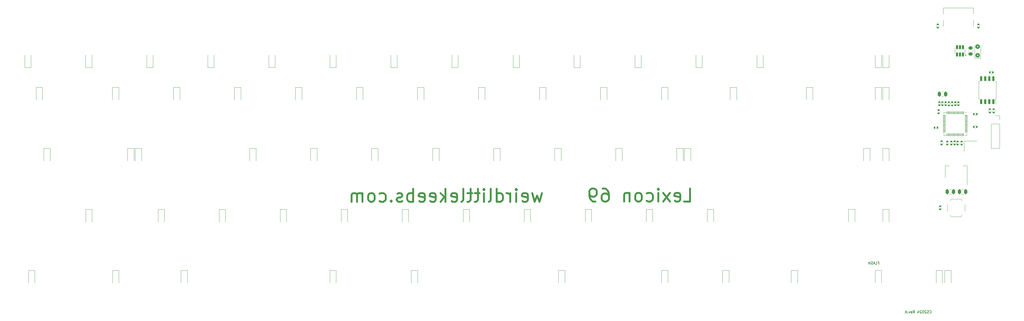
<source format=gbo>
%TF.GenerationSoftware,KiCad,Pcbnew,7.0.11*%
%TF.CreationDate,2024-04-25T10:19:36+05:30*%
%TF.ProjectId,Lexicon 69,4c657869-636f-46e2-9036-392e6b696361,rev?*%
%TF.SameCoordinates,Original*%
%TF.FileFunction,Legend,Bot*%
%TF.FilePolarity,Positive*%
%FSLAX46Y46*%
G04 Gerber Fmt 4.6, Leading zero omitted, Abs format (unit mm)*
G04 Created by KiCad (PCBNEW 7.0.11) date 2024-04-25 10:19:36*
%MOMM*%
%LPD*%
G01*
G04 APERTURE LIST*
G04 Aperture macros list*
%AMRoundRect*
0 Rectangle with rounded corners*
0 $1 Rounding radius*
0 $2 $3 $4 $5 $6 $7 $8 $9 X,Y pos of 4 corners*
0 Add a 4 corners polygon primitive as box body*
4,1,4,$2,$3,$4,$5,$6,$7,$8,$9,$2,$3,0*
0 Add four circle primitives for the rounded corners*
1,1,$1+$1,$2,$3*
1,1,$1+$1,$4,$5*
1,1,$1+$1,$6,$7*
1,1,$1+$1,$8,$9*
0 Add four rect primitives between the rounded corners*
20,1,$1+$1,$2,$3,$4,$5,0*
20,1,$1+$1,$4,$5,$6,$7,0*
20,1,$1+$1,$6,$7,$8,$9,0*
20,1,$1+$1,$8,$9,$2,$3,0*%
G04 Aperture macros list end*
%ADD10C,0.600000*%
%ADD11C,0.150000*%
%ADD12C,0.120000*%
%ADD13C,1.700000*%
%ADD14C,4.000000*%
%ADD15C,2.200000*%
%ADD16C,3.048000*%
%ADD17C,3.987800*%
%ADD18RoundRect,0.135000X0.185000X-0.135000X0.185000X0.135000X-0.185000X0.135000X-0.185000X-0.135000X0*%
%ADD19R,1.200000X0.900000*%
%ADD20RoundRect,0.140000X-0.140000X-0.170000X0.140000X-0.170000X0.140000X0.170000X-0.140000X0.170000X0*%
%ADD21RoundRect,0.250000X-0.250000X-0.475000X0.250000X-0.475000X0.250000X0.475000X-0.250000X0.475000X0*%
%ADD22RoundRect,0.140000X-0.170000X0.140000X-0.170000X-0.140000X0.170000X-0.140000X0.170000X0.140000X0*%
%ADD23R,1.400000X1.200000*%
%ADD24R,1.800000X1.100000*%
%ADD25R,1.700000X1.700000*%
%ADD26O,1.700000X1.700000*%
%ADD27RoundRect,0.140000X0.170000X-0.140000X0.170000X0.140000X-0.170000X0.140000X-0.170000X-0.140000X0*%
%ADD28RoundRect,0.140000X0.140000X0.170000X-0.140000X0.170000X-0.140000X-0.170000X0.140000X-0.170000X0*%
%ADD29RoundRect,0.135000X-0.185000X0.135000X-0.185000X-0.135000X0.185000X-0.135000X0.185000X0.135000X0*%
%ADD30RoundRect,0.250000X0.425000X-0.450000X0.425000X0.450000X-0.425000X0.450000X-0.425000X-0.450000X0*%
%ADD31R,1.500000X2.000000*%
%ADD32R,3.800000X2.000000*%
%ADD33RoundRect,0.050000X0.387500X0.050000X-0.387500X0.050000X-0.387500X-0.050000X0.387500X-0.050000X0*%
%ADD34RoundRect,0.050000X0.050000X0.387500X-0.050000X0.387500X-0.050000X-0.387500X0.050000X-0.387500X0*%
%ADD35R,3.200000X3.200000*%
%ADD36RoundRect,0.150000X0.150000X-0.650000X0.150000X0.650000X-0.150000X0.650000X-0.150000X-0.650000X0*%
%ADD37RoundRect,0.150000X0.150000X-0.512500X0.150000X0.512500X-0.150000X0.512500X-0.150000X-0.512500X0*%
%ADD38C,0.650000*%
%ADD39R,0.600000X1.450000*%
%ADD40R,0.300000X1.450000*%
%ADD41O,1.000000X1.600000*%
%ADD42O,1.000000X2.100000*%
%ADD43RoundRect,0.243750X0.456250X-0.243750X0.456250X0.243750X-0.456250X0.243750X-0.456250X-0.243750X0*%
G04 APERTURE END LIST*
D10*
X271498121Y-130979276D02*
X273402883Y-130979276D01*
X273402883Y-130979276D02*
X273402883Y-126979276D01*
X268640978Y-130788800D02*
X269021930Y-130979276D01*
X269021930Y-130979276D02*
X269783835Y-130979276D01*
X269783835Y-130979276D02*
X270164788Y-130788800D01*
X270164788Y-130788800D02*
X270355264Y-130407847D01*
X270355264Y-130407847D02*
X270355264Y-128884038D01*
X270355264Y-128884038D02*
X270164788Y-128503085D01*
X270164788Y-128503085D02*
X269783835Y-128312609D01*
X269783835Y-128312609D02*
X269021930Y-128312609D01*
X269021930Y-128312609D02*
X268640978Y-128503085D01*
X268640978Y-128503085D02*
X268450502Y-128884038D01*
X268450502Y-128884038D02*
X268450502Y-129264990D01*
X268450502Y-129264990D02*
X270355264Y-129645942D01*
X267117169Y-130979276D02*
X265021931Y-128312609D01*
X267117169Y-128312609D02*
X265021931Y-130979276D01*
X263498122Y-130979276D02*
X263498122Y-128312609D01*
X263498122Y-126979276D02*
X263688598Y-127169752D01*
X263688598Y-127169752D02*
X263498122Y-127360228D01*
X263498122Y-127360228D02*
X263307645Y-127169752D01*
X263307645Y-127169752D02*
X263498122Y-126979276D01*
X263498122Y-126979276D02*
X263498122Y-127360228D01*
X259879074Y-130788800D02*
X260260026Y-130979276D01*
X260260026Y-130979276D02*
X261021931Y-130979276D01*
X261021931Y-130979276D02*
X261402883Y-130788800D01*
X261402883Y-130788800D02*
X261593360Y-130598323D01*
X261593360Y-130598323D02*
X261783836Y-130217371D01*
X261783836Y-130217371D02*
X261783836Y-129074514D01*
X261783836Y-129074514D02*
X261593360Y-128693561D01*
X261593360Y-128693561D02*
X261402883Y-128503085D01*
X261402883Y-128503085D02*
X261021931Y-128312609D01*
X261021931Y-128312609D02*
X260260026Y-128312609D01*
X260260026Y-128312609D02*
X259879074Y-128503085D01*
X257593360Y-130979276D02*
X257974312Y-130788800D01*
X257974312Y-130788800D02*
X258164789Y-130598323D01*
X258164789Y-130598323D02*
X258355265Y-130217371D01*
X258355265Y-130217371D02*
X258355265Y-129074514D01*
X258355265Y-129074514D02*
X258164789Y-128693561D01*
X258164789Y-128693561D02*
X257974312Y-128503085D01*
X257974312Y-128503085D02*
X257593360Y-128312609D01*
X257593360Y-128312609D02*
X257021931Y-128312609D01*
X257021931Y-128312609D02*
X256640979Y-128503085D01*
X256640979Y-128503085D02*
X256450503Y-128693561D01*
X256450503Y-128693561D02*
X256260027Y-129074514D01*
X256260027Y-129074514D02*
X256260027Y-130217371D01*
X256260027Y-130217371D02*
X256450503Y-130598323D01*
X256450503Y-130598323D02*
X256640979Y-130788800D01*
X256640979Y-130788800D02*
X257021931Y-130979276D01*
X257021931Y-130979276D02*
X257593360Y-130979276D01*
X254545741Y-128312609D02*
X254545741Y-130979276D01*
X254545741Y-128693561D02*
X254355264Y-128503085D01*
X254355264Y-128503085D02*
X253974312Y-128312609D01*
X253974312Y-128312609D02*
X253402883Y-128312609D01*
X253402883Y-128312609D02*
X253021931Y-128503085D01*
X253021931Y-128503085D02*
X252831455Y-128884038D01*
X252831455Y-128884038D02*
X252831455Y-130979276D01*
X246164788Y-126979276D02*
X246926693Y-126979276D01*
X246926693Y-126979276D02*
X247307645Y-127169752D01*
X247307645Y-127169752D02*
X247498121Y-127360228D01*
X247498121Y-127360228D02*
X247879074Y-127931657D01*
X247879074Y-127931657D02*
X248069550Y-128693561D01*
X248069550Y-128693561D02*
X248069550Y-130217371D01*
X248069550Y-130217371D02*
X247879074Y-130598323D01*
X247879074Y-130598323D02*
X247688597Y-130788800D01*
X247688597Y-130788800D02*
X247307645Y-130979276D01*
X247307645Y-130979276D02*
X246545740Y-130979276D01*
X246545740Y-130979276D02*
X246164788Y-130788800D01*
X246164788Y-130788800D02*
X245974312Y-130598323D01*
X245974312Y-130598323D02*
X245783835Y-130217371D01*
X245783835Y-130217371D02*
X245783835Y-129264990D01*
X245783835Y-129264990D02*
X245974312Y-128884038D01*
X245974312Y-128884038D02*
X246164788Y-128693561D01*
X246164788Y-128693561D02*
X246545740Y-128503085D01*
X246545740Y-128503085D02*
X247307645Y-128503085D01*
X247307645Y-128503085D02*
X247688597Y-128693561D01*
X247688597Y-128693561D02*
X247879074Y-128884038D01*
X247879074Y-128884038D02*
X248069550Y-129264990D01*
X243879073Y-130979276D02*
X243117169Y-130979276D01*
X243117169Y-130979276D02*
X242736216Y-130788800D01*
X242736216Y-130788800D02*
X242545740Y-130598323D01*
X242545740Y-130598323D02*
X242164788Y-130026895D01*
X242164788Y-130026895D02*
X241974311Y-129264990D01*
X241974311Y-129264990D02*
X241974311Y-127741180D01*
X241974311Y-127741180D02*
X242164788Y-127360228D01*
X242164788Y-127360228D02*
X242355264Y-127169752D01*
X242355264Y-127169752D02*
X242736216Y-126979276D01*
X242736216Y-126979276D02*
X243498121Y-126979276D01*
X243498121Y-126979276D02*
X243879073Y-127169752D01*
X243879073Y-127169752D02*
X244069550Y-127360228D01*
X244069550Y-127360228D02*
X244260026Y-127741180D01*
X244260026Y-127741180D02*
X244260026Y-128693561D01*
X244260026Y-128693561D02*
X244069550Y-129074514D01*
X244069550Y-129074514D02*
X243879073Y-129264990D01*
X243879073Y-129264990D02*
X243498121Y-129455466D01*
X243498121Y-129455466D02*
X242736216Y-129455466D01*
X242736216Y-129455466D02*
X242355264Y-129264990D01*
X242355264Y-129264990D02*
X242164788Y-129074514D01*
X242164788Y-129074514D02*
X241974311Y-128693561D01*
X227154760Y-128402609D02*
X226392855Y-131069276D01*
X226392855Y-131069276D02*
X225630950Y-129164514D01*
X225630950Y-129164514D02*
X224869046Y-131069276D01*
X224869046Y-131069276D02*
X224107141Y-128402609D01*
X221059522Y-130878800D02*
X221440474Y-131069276D01*
X221440474Y-131069276D02*
X222202379Y-131069276D01*
X222202379Y-131069276D02*
X222583332Y-130878800D01*
X222583332Y-130878800D02*
X222773808Y-130497847D01*
X222773808Y-130497847D02*
X222773808Y-128974038D01*
X222773808Y-128974038D02*
X222583332Y-128593085D01*
X222583332Y-128593085D02*
X222202379Y-128402609D01*
X222202379Y-128402609D02*
X221440474Y-128402609D01*
X221440474Y-128402609D02*
X221059522Y-128593085D01*
X221059522Y-128593085D02*
X220869046Y-128974038D01*
X220869046Y-128974038D02*
X220869046Y-129354990D01*
X220869046Y-129354990D02*
X222773808Y-129735942D01*
X219154761Y-131069276D02*
X219154761Y-128402609D01*
X219154761Y-127069276D02*
X219345237Y-127259752D01*
X219345237Y-127259752D02*
X219154761Y-127450228D01*
X219154761Y-127450228D02*
X218964284Y-127259752D01*
X218964284Y-127259752D02*
X219154761Y-127069276D01*
X219154761Y-127069276D02*
X219154761Y-127450228D01*
X217249999Y-131069276D02*
X217249999Y-128402609D01*
X217249999Y-129164514D02*
X217059522Y-128783561D01*
X217059522Y-128783561D02*
X216869046Y-128593085D01*
X216869046Y-128593085D02*
X216488094Y-128402609D01*
X216488094Y-128402609D02*
X216107141Y-128402609D01*
X213059523Y-131069276D02*
X213059523Y-127069276D01*
X213059523Y-130878800D02*
X213440475Y-131069276D01*
X213440475Y-131069276D02*
X214202380Y-131069276D01*
X214202380Y-131069276D02*
X214583332Y-130878800D01*
X214583332Y-130878800D02*
X214773809Y-130688323D01*
X214773809Y-130688323D02*
X214964285Y-130307371D01*
X214964285Y-130307371D02*
X214964285Y-129164514D01*
X214964285Y-129164514D02*
X214773809Y-128783561D01*
X214773809Y-128783561D02*
X214583332Y-128593085D01*
X214583332Y-128593085D02*
X214202380Y-128402609D01*
X214202380Y-128402609D02*
X213440475Y-128402609D01*
X213440475Y-128402609D02*
X213059523Y-128593085D01*
X210583332Y-131069276D02*
X210964284Y-130878800D01*
X210964284Y-130878800D02*
X211154761Y-130497847D01*
X211154761Y-130497847D02*
X211154761Y-127069276D01*
X209059523Y-131069276D02*
X209059523Y-128402609D01*
X209059523Y-127069276D02*
X209249999Y-127259752D01*
X209249999Y-127259752D02*
X209059523Y-127450228D01*
X209059523Y-127450228D02*
X208869046Y-127259752D01*
X208869046Y-127259752D02*
X209059523Y-127069276D01*
X209059523Y-127069276D02*
X209059523Y-127450228D01*
X207726189Y-128402609D02*
X206202380Y-128402609D01*
X207154761Y-127069276D02*
X207154761Y-130497847D01*
X207154761Y-130497847D02*
X206964284Y-130878800D01*
X206964284Y-130878800D02*
X206583332Y-131069276D01*
X206583332Y-131069276D02*
X206202380Y-131069276D01*
X205440475Y-128402609D02*
X203916666Y-128402609D01*
X204869047Y-127069276D02*
X204869047Y-130497847D01*
X204869047Y-130497847D02*
X204678570Y-130878800D01*
X204678570Y-130878800D02*
X204297618Y-131069276D01*
X204297618Y-131069276D02*
X203916666Y-131069276D01*
X202011904Y-131069276D02*
X202392856Y-130878800D01*
X202392856Y-130878800D02*
X202583333Y-130497847D01*
X202583333Y-130497847D02*
X202583333Y-127069276D01*
X198964285Y-130878800D02*
X199345237Y-131069276D01*
X199345237Y-131069276D02*
X200107142Y-131069276D01*
X200107142Y-131069276D02*
X200488095Y-130878800D01*
X200488095Y-130878800D02*
X200678571Y-130497847D01*
X200678571Y-130497847D02*
X200678571Y-128974038D01*
X200678571Y-128974038D02*
X200488095Y-128593085D01*
X200488095Y-128593085D02*
X200107142Y-128402609D01*
X200107142Y-128402609D02*
X199345237Y-128402609D01*
X199345237Y-128402609D02*
X198964285Y-128593085D01*
X198964285Y-128593085D02*
X198773809Y-128974038D01*
X198773809Y-128974038D02*
X198773809Y-129354990D01*
X198773809Y-129354990D02*
X200678571Y-129735942D01*
X197059524Y-131069276D02*
X197059524Y-127069276D01*
X196678571Y-129545466D02*
X195535714Y-131069276D01*
X195535714Y-128402609D02*
X197059524Y-129926419D01*
X192297619Y-130878800D02*
X192678571Y-131069276D01*
X192678571Y-131069276D02*
X193440476Y-131069276D01*
X193440476Y-131069276D02*
X193821429Y-130878800D01*
X193821429Y-130878800D02*
X194011905Y-130497847D01*
X194011905Y-130497847D02*
X194011905Y-128974038D01*
X194011905Y-128974038D02*
X193821429Y-128593085D01*
X193821429Y-128593085D02*
X193440476Y-128402609D01*
X193440476Y-128402609D02*
X192678571Y-128402609D01*
X192678571Y-128402609D02*
X192297619Y-128593085D01*
X192297619Y-128593085D02*
X192107143Y-128974038D01*
X192107143Y-128974038D02*
X192107143Y-129354990D01*
X192107143Y-129354990D02*
X194011905Y-129735942D01*
X188869048Y-130878800D02*
X189250000Y-131069276D01*
X189250000Y-131069276D02*
X190011905Y-131069276D01*
X190011905Y-131069276D02*
X190392858Y-130878800D01*
X190392858Y-130878800D02*
X190583334Y-130497847D01*
X190583334Y-130497847D02*
X190583334Y-128974038D01*
X190583334Y-128974038D02*
X190392858Y-128593085D01*
X190392858Y-128593085D02*
X190011905Y-128402609D01*
X190011905Y-128402609D02*
X189250000Y-128402609D01*
X189250000Y-128402609D02*
X188869048Y-128593085D01*
X188869048Y-128593085D02*
X188678572Y-128974038D01*
X188678572Y-128974038D02*
X188678572Y-129354990D01*
X188678572Y-129354990D02*
X190583334Y-129735942D01*
X186964287Y-131069276D02*
X186964287Y-127069276D01*
X186964287Y-128593085D02*
X186583334Y-128402609D01*
X186583334Y-128402609D02*
X185821429Y-128402609D01*
X185821429Y-128402609D02*
X185440477Y-128593085D01*
X185440477Y-128593085D02*
X185250001Y-128783561D01*
X185250001Y-128783561D02*
X185059525Y-129164514D01*
X185059525Y-129164514D02*
X185059525Y-130307371D01*
X185059525Y-130307371D02*
X185250001Y-130688323D01*
X185250001Y-130688323D02*
X185440477Y-130878800D01*
X185440477Y-130878800D02*
X185821429Y-131069276D01*
X185821429Y-131069276D02*
X186583334Y-131069276D01*
X186583334Y-131069276D02*
X186964287Y-130878800D01*
X183535715Y-130878800D02*
X183154762Y-131069276D01*
X183154762Y-131069276D02*
X182392858Y-131069276D01*
X182392858Y-131069276D02*
X182011905Y-130878800D01*
X182011905Y-130878800D02*
X181821429Y-130497847D01*
X181821429Y-130497847D02*
X181821429Y-130307371D01*
X181821429Y-130307371D02*
X182011905Y-129926419D01*
X182011905Y-129926419D02*
X182392858Y-129735942D01*
X182392858Y-129735942D02*
X182964286Y-129735942D01*
X182964286Y-129735942D02*
X183345239Y-129545466D01*
X183345239Y-129545466D02*
X183535715Y-129164514D01*
X183535715Y-129164514D02*
X183535715Y-128974038D01*
X183535715Y-128974038D02*
X183345239Y-128593085D01*
X183345239Y-128593085D02*
X182964286Y-128402609D01*
X182964286Y-128402609D02*
X182392858Y-128402609D01*
X182392858Y-128402609D02*
X182011905Y-128593085D01*
X180107144Y-130688323D02*
X179916667Y-130878800D01*
X179916667Y-130878800D02*
X180107144Y-131069276D01*
X180107144Y-131069276D02*
X180297620Y-130878800D01*
X180297620Y-130878800D02*
X180107144Y-130688323D01*
X180107144Y-130688323D02*
X180107144Y-131069276D01*
X176488096Y-130878800D02*
X176869048Y-131069276D01*
X176869048Y-131069276D02*
X177630953Y-131069276D01*
X177630953Y-131069276D02*
X178011905Y-130878800D01*
X178011905Y-130878800D02*
X178202382Y-130688323D01*
X178202382Y-130688323D02*
X178392858Y-130307371D01*
X178392858Y-130307371D02*
X178392858Y-129164514D01*
X178392858Y-129164514D02*
X178202382Y-128783561D01*
X178202382Y-128783561D02*
X178011905Y-128593085D01*
X178011905Y-128593085D02*
X177630953Y-128402609D01*
X177630953Y-128402609D02*
X176869048Y-128402609D01*
X176869048Y-128402609D02*
X176488096Y-128593085D01*
X174202382Y-131069276D02*
X174583334Y-130878800D01*
X174583334Y-130878800D02*
X174773811Y-130688323D01*
X174773811Y-130688323D02*
X174964287Y-130307371D01*
X174964287Y-130307371D02*
X174964287Y-129164514D01*
X174964287Y-129164514D02*
X174773811Y-128783561D01*
X174773811Y-128783561D02*
X174583334Y-128593085D01*
X174583334Y-128593085D02*
X174202382Y-128402609D01*
X174202382Y-128402609D02*
X173630953Y-128402609D01*
X173630953Y-128402609D02*
X173250001Y-128593085D01*
X173250001Y-128593085D02*
X173059525Y-128783561D01*
X173059525Y-128783561D02*
X172869049Y-129164514D01*
X172869049Y-129164514D02*
X172869049Y-130307371D01*
X172869049Y-130307371D02*
X173059525Y-130688323D01*
X173059525Y-130688323D02*
X173250001Y-130878800D01*
X173250001Y-130878800D02*
X173630953Y-131069276D01*
X173630953Y-131069276D02*
X174202382Y-131069276D01*
X171154763Y-131069276D02*
X171154763Y-128402609D01*
X171154763Y-128783561D02*
X170964286Y-128593085D01*
X170964286Y-128593085D02*
X170583334Y-128402609D01*
X170583334Y-128402609D02*
X170011905Y-128402609D01*
X170011905Y-128402609D02*
X169630953Y-128593085D01*
X169630953Y-128593085D02*
X169440477Y-128974038D01*
X169440477Y-128974038D02*
X169440477Y-131069276D01*
X169440477Y-128974038D02*
X169250001Y-128593085D01*
X169250001Y-128593085D02*
X168869048Y-128402609D01*
X168869048Y-128402609D02*
X168297620Y-128402609D01*
X168297620Y-128402609D02*
X167916667Y-128593085D01*
X167916667Y-128593085D02*
X167726191Y-128974038D01*
X167726191Y-128974038D02*
X167726191Y-131069276D01*
D11*
X348253696Y-165818104D02*
X348291792Y-165856200D01*
X348291792Y-165856200D02*
X348406077Y-165894295D01*
X348406077Y-165894295D02*
X348482268Y-165894295D01*
X348482268Y-165894295D02*
X348596554Y-165856200D01*
X348596554Y-165856200D02*
X348672744Y-165780009D01*
X348672744Y-165780009D02*
X348710839Y-165703819D01*
X348710839Y-165703819D02*
X348748935Y-165551438D01*
X348748935Y-165551438D02*
X348748935Y-165437152D01*
X348748935Y-165437152D02*
X348710839Y-165284771D01*
X348710839Y-165284771D02*
X348672744Y-165208580D01*
X348672744Y-165208580D02*
X348596554Y-165132390D01*
X348596554Y-165132390D02*
X348482268Y-165094295D01*
X348482268Y-165094295D02*
X348406077Y-165094295D01*
X348406077Y-165094295D02*
X348291792Y-165132390D01*
X348291792Y-165132390D02*
X348253696Y-165170485D01*
X347948935Y-165856200D02*
X347834649Y-165894295D01*
X347834649Y-165894295D02*
X347644173Y-165894295D01*
X347644173Y-165894295D02*
X347567982Y-165856200D01*
X347567982Y-165856200D02*
X347529887Y-165818104D01*
X347529887Y-165818104D02*
X347491792Y-165741914D01*
X347491792Y-165741914D02*
X347491792Y-165665723D01*
X347491792Y-165665723D02*
X347529887Y-165589533D01*
X347529887Y-165589533D02*
X347567982Y-165551438D01*
X347567982Y-165551438D02*
X347644173Y-165513342D01*
X347644173Y-165513342D02*
X347796554Y-165475247D01*
X347796554Y-165475247D02*
X347872744Y-165437152D01*
X347872744Y-165437152D02*
X347910839Y-165399057D01*
X347910839Y-165399057D02*
X347948935Y-165322866D01*
X347948935Y-165322866D02*
X347948935Y-165246676D01*
X347948935Y-165246676D02*
X347910839Y-165170485D01*
X347910839Y-165170485D02*
X347872744Y-165132390D01*
X347872744Y-165132390D02*
X347796554Y-165094295D01*
X347796554Y-165094295D02*
X347606077Y-165094295D01*
X347606077Y-165094295D02*
X347491792Y-165132390D01*
X347187030Y-165170485D02*
X347148934Y-165132390D01*
X347148934Y-165132390D02*
X347072744Y-165094295D01*
X347072744Y-165094295D02*
X346882268Y-165094295D01*
X346882268Y-165094295D02*
X346806077Y-165132390D01*
X346806077Y-165132390D02*
X346767982Y-165170485D01*
X346767982Y-165170485D02*
X346729887Y-165246676D01*
X346729887Y-165246676D02*
X346729887Y-165322866D01*
X346729887Y-165322866D02*
X346767982Y-165437152D01*
X346767982Y-165437152D02*
X347225125Y-165894295D01*
X347225125Y-165894295D02*
X346729887Y-165894295D01*
X346234648Y-165094295D02*
X346158458Y-165094295D01*
X346158458Y-165094295D02*
X346082267Y-165132390D01*
X346082267Y-165132390D02*
X346044172Y-165170485D01*
X346044172Y-165170485D02*
X346006077Y-165246676D01*
X346006077Y-165246676D02*
X345967982Y-165399057D01*
X345967982Y-165399057D02*
X345967982Y-165589533D01*
X345967982Y-165589533D02*
X346006077Y-165741914D01*
X346006077Y-165741914D02*
X346044172Y-165818104D01*
X346044172Y-165818104D02*
X346082267Y-165856200D01*
X346082267Y-165856200D02*
X346158458Y-165894295D01*
X346158458Y-165894295D02*
X346234648Y-165894295D01*
X346234648Y-165894295D02*
X346310839Y-165856200D01*
X346310839Y-165856200D02*
X346348934Y-165818104D01*
X346348934Y-165818104D02*
X346387029Y-165741914D01*
X346387029Y-165741914D02*
X346425125Y-165589533D01*
X346425125Y-165589533D02*
X346425125Y-165399057D01*
X346425125Y-165399057D02*
X346387029Y-165246676D01*
X346387029Y-165246676D02*
X346348934Y-165170485D01*
X346348934Y-165170485D02*
X346310839Y-165132390D01*
X346310839Y-165132390D02*
X346234648Y-165094295D01*
X345663220Y-165170485D02*
X345625124Y-165132390D01*
X345625124Y-165132390D02*
X345548934Y-165094295D01*
X345548934Y-165094295D02*
X345358458Y-165094295D01*
X345358458Y-165094295D02*
X345282267Y-165132390D01*
X345282267Y-165132390D02*
X345244172Y-165170485D01*
X345244172Y-165170485D02*
X345206077Y-165246676D01*
X345206077Y-165246676D02*
X345206077Y-165322866D01*
X345206077Y-165322866D02*
X345244172Y-165437152D01*
X345244172Y-165437152D02*
X345701315Y-165894295D01*
X345701315Y-165894295D02*
X345206077Y-165894295D01*
X344520362Y-165360961D02*
X344520362Y-165894295D01*
X344710838Y-165056200D02*
X344901315Y-165627628D01*
X344901315Y-165627628D02*
X344406076Y-165627628D01*
X343034647Y-165894295D02*
X343301314Y-165513342D01*
X343491790Y-165894295D02*
X343491790Y-165094295D01*
X343491790Y-165094295D02*
X343187028Y-165094295D01*
X343187028Y-165094295D02*
X343110838Y-165132390D01*
X343110838Y-165132390D02*
X343072743Y-165170485D01*
X343072743Y-165170485D02*
X343034647Y-165246676D01*
X343034647Y-165246676D02*
X343034647Y-165360961D01*
X343034647Y-165360961D02*
X343072743Y-165437152D01*
X343072743Y-165437152D02*
X343110838Y-165475247D01*
X343110838Y-165475247D02*
X343187028Y-165513342D01*
X343187028Y-165513342D02*
X343491790Y-165513342D01*
X342387028Y-165856200D02*
X342463219Y-165894295D01*
X342463219Y-165894295D02*
X342615600Y-165894295D01*
X342615600Y-165894295D02*
X342691790Y-165856200D01*
X342691790Y-165856200D02*
X342729886Y-165780009D01*
X342729886Y-165780009D02*
X342729886Y-165475247D01*
X342729886Y-165475247D02*
X342691790Y-165399057D01*
X342691790Y-165399057D02*
X342615600Y-165360961D01*
X342615600Y-165360961D02*
X342463219Y-165360961D01*
X342463219Y-165360961D02*
X342387028Y-165399057D01*
X342387028Y-165399057D02*
X342348933Y-165475247D01*
X342348933Y-165475247D02*
X342348933Y-165551438D01*
X342348933Y-165551438D02*
X342729886Y-165627628D01*
X342082267Y-165360961D02*
X341891791Y-165894295D01*
X341891791Y-165894295D02*
X341701314Y-165360961D01*
X341396552Y-165818104D02*
X341358457Y-165856200D01*
X341358457Y-165856200D02*
X341396552Y-165894295D01*
X341396552Y-165894295D02*
X341434648Y-165856200D01*
X341434648Y-165856200D02*
X341396552Y-165818104D01*
X341396552Y-165818104D02*
X341396552Y-165894295D01*
X341053696Y-165665723D02*
X340672743Y-165665723D01*
X341129886Y-165894295D02*
X340863219Y-165094295D01*
X340863219Y-165094295D02*
X340596553Y-165894295D01*
X332152380Y-150225247D02*
X332419046Y-150225247D01*
X332419046Y-150644295D02*
X332419046Y-149844295D01*
X332419046Y-149844295D02*
X332038094Y-149844295D01*
X331352380Y-150644295D02*
X331733332Y-150644295D01*
X331733332Y-150644295D02*
X331733332Y-149844295D01*
X331123809Y-150415723D02*
X330742856Y-150415723D01*
X331199999Y-150644295D02*
X330933332Y-149844295D01*
X330933332Y-149844295D02*
X330666666Y-150644295D01*
X330438095Y-150606200D02*
X330323809Y-150644295D01*
X330323809Y-150644295D02*
X330133333Y-150644295D01*
X330133333Y-150644295D02*
X330057142Y-150606200D01*
X330057142Y-150606200D02*
X330019047Y-150568104D01*
X330019047Y-150568104D02*
X329980952Y-150491914D01*
X329980952Y-150491914D02*
X329980952Y-150415723D01*
X329980952Y-150415723D02*
X330019047Y-150339533D01*
X330019047Y-150339533D02*
X330057142Y-150301438D01*
X330057142Y-150301438D02*
X330133333Y-150263342D01*
X330133333Y-150263342D02*
X330285714Y-150225247D01*
X330285714Y-150225247D02*
X330361904Y-150187152D01*
X330361904Y-150187152D02*
X330399999Y-150149057D01*
X330399999Y-150149057D02*
X330438095Y-150072866D01*
X330438095Y-150072866D02*
X330438095Y-149996676D01*
X330438095Y-149996676D02*
X330399999Y-149920485D01*
X330399999Y-149920485D02*
X330361904Y-149882390D01*
X330361904Y-149882390D02*
X330285714Y-149844295D01*
X330285714Y-149844295D02*
X330095237Y-149844295D01*
X330095237Y-149844295D02*
X329980952Y-149882390D01*
X329638094Y-150644295D02*
X329638094Y-149844295D01*
X329638094Y-150225247D02*
X329180951Y-150225247D01*
X329180951Y-150644295D02*
X329180951Y-149844295D01*
D12*
%TO.C,R10*%
X354870000Y-100653641D02*
X354870000Y-100346359D01*
X355630000Y-100653641D02*
X355630000Y-100346359D01*
%TO.C,D57*%
X280796875Y-133481250D02*
X280796875Y-137381250D01*
X278796875Y-133481250D02*
X280796875Y-133481250D01*
X278796875Y-133481250D02*
X278796875Y-137381250D01*
%TO.C,R11*%
X353870000Y-100653641D02*
X353870000Y-100346359D01*
X354630000Y-100653641D02*
X354630000Y-100346359D01*
%TO.C,D10*%
X103775000Y-89165625D02*
X103775000Y-85265625D01*
X105775000Y-89165625D02*
X103775000Y-89165625D01*
X105775000Y-89165625D02*
X105775000Y-85265625D01*
%TO.C,C94*%
X362392164Y-103390000D02*
X362607836Y-103390000D01*
X362392164Y-104110000D02*
X362607836Y-104110000D01*
%TO.C,D47*%
X252221875Y-114431250D02*
X252221875Y-118331250D01*
X250221875Y-114431250D02*
X252221875Y-114431250D01*
X250221875Y-114431250D02*
X250221875Y-118331250D01*
%TO.C,D36*%
X218150000Y-89165625D02*
X218150000Y-85265625D01*
X220150000Y-89165625D02*
X218150000Y-89165625D01*
X220150000Y-89165625D02*
X220150000Y-85265625D01*
%TO.C,D54*%
X285559375Y-152531250D02*
X285559375Y-156431250D01*
X283559375Y-152531250D02*
X285559375Y-152531250D01*
X283559375Y-152531250D02*
X283559375Y-156431250D01*
%TO.C,C97*%
X351988748Y-96765000D02*
X352511252Y-96765000D01*
X351988748Y-98235000D02*
X352511252Y-98235000D01*
%TO.C,D16*%
X133159375Y-95381250D02*
X133159375Y-99281250D01*
X131159375Y-95381250D02*
X133159375Y-95381250D01*
X131159375Y-95381250D02*
X131159375Y-99281250D01*
%TO.C,C92*%
X355360000Y-112642164D02*
X355360000Y-112857836D01*
X354640000Y-112642164D02*
X354640000Y-112857836D01*
%TO.C,D12*%
X99821875Y-114431250D02*
X99821875Y-118331250D01*
X97821875Y-114431250D02*
X99821875Y-114431250D01*
X97821875Y-114431250D02*
X97821875Y-118331250D01*
%TO.C,D15*%
X122825000Y-89165625D02*
X122825000Y-85265625D01*
X124825000Y-89165625D02*
X122825000Y-89165625D01*
X124825000Y-89165625D02*
X124825000Y-85265625D01*
%TO.C,Y2*%
X359000000Y-112150000D02*
X363000000Y-112150000D01*
X359000000Y-115350000D02*
X359000000Y-112150000D01*
%TO.C,SW65*%
X359220000Y-134040000D02*
X359220000Y-131960000D01*
X357950000Y-135720000D02*
X358440000Y-135230000D01*
X357950000Y-135720000D02*
X355050000Y-135720000D01*
X357950000Y-130280000D02*
X358440000Y-130770000D01*
X357950000Y-130280000D02*
X355050000Y-130280000D01*
X355050000Y-135720000D02*
X354560000Y-135230000D01*
X355050000Y-130280000D02*
X354560000Y-130770000D01*
X353780000Y-134040000D02*
X353780000Y-131960000D01*
%TO.C,C84*%
X358270748Y-127265000D02*
X358793252Y-127265000D01*
X358270748Y-128735000D02*
X358793252Y-128735000D01*
%TO.C,D30*%
X176021875Y-114431250D02*
X176021875Y-118331250D01*
X174021875Y-114431250D02*
X176021875Y-114431250D01*
X174021875Y-114431250D02*
X174021875Y-118331250D01*
%TO.C,D27*%
X147446875Y-133481250D02*
X147446875Y-137381250D01*
X145446875Y-133481250D02*
X147446875Y-133481250D01*
X145446875Y-133481250D02*
X145446875Y-137381250D01*
%TO.C,D17*%
X102203125Y-114431250D02*
X102203125Y-118331250D01*
X100203125Y-114431250D02*
X102203125Y-114431250D01*
X100203125Y-114431250D02*
X100203125Y-118331250D01*
%TO.C,J5*%
X370080000Y-114450000D02*
X367420000Y-114450000D01*
X370080000Y-106770000D02*
X370080000Y-114450000D01*
X370080000Y-106770000D02*
X367420000Y-106770000D01*
X370080000Y-105500000D02*
X370080000Y-104170000D01*
X370080000Y-104170000D02*
X368750000Y-104170000D01*
X367420000Y-106770000D02*
X367420000Y-114450000D01*
%TO.C,D56*%
X311750000Y-95381250D02*
X311750000Y-99281250D01*
X309750000Y-95381250D02*
X311750000Y-95381250D01*
X309750000Y-95381250D02*
X309750000Y-99281250D01*
%TO.C,D22*%
X128396875Y-133481250D02*
X128396875Y-137381250D01*
X126396875Y-133481250D02*
X128396875Y-133481250D01*
X126396875Y-133481250D02*
X126396875Y-137381250D01*
%TO.C,D26*%
X156971875Y-114431250D02*
X156971875Y-118331250D01*
X154971875Y-114431250D02*
X156971875Y-114431250D01*
X154971875Y-114431250D02*
X154971875Y-118331250D01*
%TO.C,D35*%
X185546875Y-133481250D02*
X185546875Y-137381250D01*
X183546875Y-133481250D02*
X185546875Y-133481250D01*
X183546875Y-133481250D02*
X183546875Y-137381250D01*
%TO.C,D6*%
X84709375Y-89165625D02*
X84709375Y-85265625D01*
X86709375Y-89165625D02*
X84709375Y-89165625D01*
X86709375Y-89165625D02*
X86709375Y-85265625D01*
%TO.C,D45*%
X256175000Y-89165625D02*
X256175000Y-85265625D01*
X258175000Y-89165625D02*
X256175000Y-89165625D01*
X258175000Y-89165625D02*
X258175000Y-85265625D01*
%TO.C,D74*%
X162925000Y-152531250D02*
X162925000Y-156431250D01*
X160925000Y-152531250D02*
X162925000Y-152531250D01*
X160925000Y-152531250D02*
X160925000Y-156431250D01*
%TO.C,D43*%
X223646875Y-133481250D02*
X223646875Y-137381250D01*
X221646875Y-133481250D02*
X223646875Y-133481250D01*
X221646875Y-133481250D02*
X221646875Y-137381250D01*
%TO.C,D60*%
X333565625Y-89165625D02*
X333565625Y-85265625D01*
X335565625Y-89165625D02*
X333565625Y-89165625D01*
X335565625Y-89165625D02*
X335565625Y-85265625D01*
%TO.C,C85*%
X352890000Y-100607836D02*
X352890000Y-100392164D01*
X353610000Y-100607836D02*
X353610000Y-100392164D01*
%TO.C,C90*%
X350357836Y-108360000D02*
X350142164Y-108360000D01*
X350357836Y-107640000D02*
X350142164Y-107640000D01*
%TO.C,D55*%
X294275000Y-89165625D02*
X294275000Y-85265625D01*
X296275000Y-89165625D02*
X294275000Y-89165625D01*
X296275000Y-89165625D02*
X296275000Y-85265625D01*
%TO.C,D133*%
X335565625Y-114431250D02*
X335565625Y-118331250D01*
X333565625Y-114431250D02*
X335565625Y-114431250D01*
X333565625Y-114431250D02*
X333565625Y-118331250D01*
%TO.C,D1*%
X65675000Y-89165625D02*
X65675000Y-85265625D01*
X67675000Y-89165625D02*
X65675000Y-89165625D01*
X67675000Y-89165625D02*
X67675000Y-85265625D01*
%TO.C,R12*%
X356380000Y-112596359D02*
X356380000Y-112903641D01*
X355620000Y-112596359D02*
X355620000Y-112903641D01*
%TO.C,C82*%
X362315000Y-86310000D02*
X362315000Y-82400000D01*
X364185000Y-86310000D02*
X362315000Y-86310000D01*
X364185000Y-82400000D02*
X364185000Y-86310000D01*
%TO.C,U4*%
X359910000Y-125850000D02*
X359910000Y-119840000D01*
X353090000Y-123600000D02*
X353090000Y-119840000D01*
X353090000Y-119840000D02*
X354350000Y-119840000D01*
X359910000Y-119840000D02*
X358650000Y-119840000D01*
%TO.C,D66*%
X333184375Y-95381250D02*
X333184375Y-99281250D01*
X331184375Y-95381250D02*
X333184375Y-95381250D01*
X331184375Y-95381250D02*
X331184375Y-99281250D01*
%TO.C,D77*%
X306990625Y-152531250D02*
X306990625Y-156431250D01*
X304990625Y-152531250D02*
X306990625Y-152531250D01*
X304990625Y-152531250D02*
X304990625Y-156431250D01*
%TO.C,D3*%
X73628125Y-114431250D02*
X73628125Y-118331250D01*
X71628125Y-114431250D02*
X73628125Y-114431250D01*
X71628125Y-114431250D02*
X71628125Y-118331250D01*
%TO.C,D64*%
X335565625Y-133481250D02*
X335565625Y-137381250D01*
X333565625Y-133481250D02*
X335565625Y-133481250D01*
X333565625Y-133481250D02*
X333565625Y-137381250D01*
%TO.C,D7*%
X95059375Y-95381250D02*
X95059375Y-99281250D01*
X93059375Y-95381250D02*
X95059375Y-95381250D01*
X93059375Y-95381250D02*
X93059375Y-99281250D01*
%TO.C,D62*%
X324850000Y-133481250D02*
X324850000Y-137381250D01*
X322850000Y-133481250D02*
X324850000Y-133481250D01*
X322850000Y-133481250D02*
X322850000Y-137381250D01*
%TO.C,D48*%
X242696875Y-133481250D02*
X242696875Y-137381250D01*
X240696875Y-133481250D02*
X242696875Y-133481250D01*
X240696875Y-133481250D02*
X240696875Y-137381250D01*
%TO.C,D32*%
X199025000Y-89165625D02*
X199025000Y-85265625D01*
X201025000Y-89165625D02*
X199025000Y-89165625D01*
X201025000Y-89165625D02*
X201025000Y-85265625D01*
%TO.C,R2*%
X350370000Y-76403641D02*
X350370000Y-76096359D01*
X351130000Y-76403641D02*
X351130000Y-76096359D01*
%TO.C,D37*%
X228409375Y-95381250D02*
X228409375Y-99281250D01*
X226409375Y-95381250D02*
X228409375Y-95381250D01*
X226409375Y-95381250D02*
X226409375Y-99281250D01*
%TO.C,D53*%
X261746875Y-133481250D02*
X261746875Y-137381250D01*
X259746875Y-133481250D02*
X261746875Y-133481250D01*
X259746875Y-133481250D02*
X259746875Y-137381250D01*
%TO.C,D70*%
X273653125Y-114431250D02*
X273653125Y-118331250D01*
X271653125Y-114431250D02*
X273653125Y-114431250D01*
X271653125Y-114431250D02*
X271653125Y-118331250D01*
%TO.C,C70*%
X351860000Y-132892164D02*
X351860000Y-133107836D01*
X351140000Y-132892164D02*
X351140000Y-133107836D01*
%TO.C,D20*%
X152209375Y-95381250D02*
X152209375Y-99281250D01*
X150209375Y-95381250D02*
X152209375Y-95381250D01*
X150209375Y-95381250D02*
X150209375Y-99281250D01*
%TO.C,C89*%
X367607836Y-91110000D02*
X367392164Y-91110000D01*
X367607836Y-90390000D02*
X367392164Y-90390000D01*
%TO.C,D46*%
X266509375Y-95381250D02*
X266509375Y-99281250D01*
X264509375Y-95381250D02*
X266509375Y-95381250D01*
X264509375Y-95381250D02*
X264509375Y-99281250D01*
%TO.C,D14*%
X95115625Y-152531250D02*
X95115625Y-156431250D01*
X93115625Y-152531250D02*
X95115625Y-152531250D01*
X93115625Y-152531250D02*
X93115625Y-156431250D01*
%TO.C,D50*%
X275225000Y-89165625D02*
X275225000Y-85265625D01*
X277225000Y-89165625D02*
X275225000Y-89165625D01*
X277225000Y-89165625D02*
X277225000Y-85265625D01*
%TO.C,C93*%
X362392164Y-107390000D02*
X362607836Y-107390000D01*
X362392164Y-108110000D02*
X362607836Y-108110000D01*
%TO.C,R14*%
X366620000Y-102903641D02*
X366620000Y-102596359D01*
X367380000Y-102903641D02*
X367380000Y-102596359D01*
%TO.C,D28*%
X179975000Y-89165625D02*
X179975000Y-85265625D01*
X181975000Y-89165625D02*
X179975000Y-89165625D01*
X181975000Y-89165625D02*
X181975000Y-85265625D01*
%TO.C,D2*%
X71246875Y-95381250D02*
X71246875Y-99281250D01*
X69246875Y-95381250D02*
X71246875Y-95381250D01*
X69246875Y-95381250D02*
X69246875Y-99281250D01*
%TO.C,U5*%
X359860000Y-110360000D02*
X359860000Y-109710000D01*
X359210000Y-110360000D02*
X359860000Y-110360000D01*
X359210000Y-103140000D02*
X359860000Y-103140000D01*
X353290000Y-110360000D02*
X352640000Y-110360000D01*
X353290000Y-103140000D02*
X352640000Y-103140000D01*
X352640000Y-110360000D02*
X352640000Y-109710000D01*
X352640000Y-103140000D02*
X352640000Y-103790000D01*
%TO.C,R7*%
X351620000Y-112903641D02*
X351620000Y-112596359D01*
X352380000Y-112903641D02*
X352380000Y-112596359D01*
%TO.C,D72*%
X234362500Y-152531250D02*
X234362500Y-156431250D01*
X232362500Y-152531250D02*
X234362500Y-152531250D01*
X232362500Y-152531250D02*
X232362500Y-156431250D01*
%TO.C,D49*%
X266509375Y-152531250D02*
X266509375Y-156431250D01*
X264509375Y-152531250D02*
X266509375Y-152531250D01*
X264509375Y-152531250D02*
X264509375Y-156431250D01*
%TO.C,C80*%
X358610000Y-112642164D02*
X358610000Y-112857836D01*
X357890000Y-112642164D02*
X357890000Y-112857836D01*
%TO.C,D41*%
X247459375Y-95381250D02*
X247459375Y-99281250D01*
X245459375Y-95381250D02*
X247459375Y-95381250D01*
X245459375Y-95381250D02*
X245459375Y-99281250D01*
%TO.C,D52*%
X271271875Y-114431250D02*
X271271875Y-118331250D01*
X269271875Y-114431250D02*
X271271875Y-114431250D01*
X269271875Y-114431250D02*
X269271875Y-118331250D01*
%TO.C,C95*%
X355890000Y-100607836D02*
X355890000Y-100392164D01*
X356610000Y-100607836D02*
X356610000Y-100392164D01*
%TO.C,U6*%
X363525000Y-98975000D02*
X363785000Y-98975000D01*
X368715000Y-98975000D02*
X368715000Y-100650000D01*
X368975000Y-98975000D02*
X368715000Y-98975000D01*
X363525000Y-96250000D02*
X363525000Y-98975000D01*
X363525000Y-96250000D02*
X363525000Y-93525000D01*
X368975000Y-96250000D02*
X368975000Y-98975000D01*
X368975000Y-96250000D02*
X368975000Y-93525000D01*
X363525000Y-93525000D02*
X363785000Y-93525000D01*
X368975000Y-93525000D02*
X368715000Y-93525000D01*
%TO.C,D58*%
X333184375Y-152531250D02*
X333184375Y-156431250D01*
X331184375Y-152531250D02*
X333184375Y-152531250D01*
X331184375Y-152531250D02*
X331184375Y-156431250D01*
%TO.C,D31*%
X166496875Y-133481250D02*
X166496875Y-137381250D01*
X164496875Y-133481250D02*
X166496875Y-133481250D01*
X164496875Y-133481250D02*
X164496875Y-137381250D01*
%TO.C,D23*%
X188365625Y-152531250D02*
X188365625Y-156431250D01*
X186365625Y-152531250D02*
X188365625Y-152531250D01*
X186365625Y-152531250D02*
X186365625Y-156431250D01*
%TO.C,D73*%
X116490625Y-152531250D02*
X116490625Y-156431250D01*
X114490625Y-152531250D02*
X116490625Y-152531250D01*
X114490625Y-152531250D02*
X114490625Y-156431250D01*
%TO.C,D61*%
X329612500Y-114431250D02*
X329612500Y-118331250D01*
X327612500Y-114431250D02*
X329612500Y-114431250D01*
X327612500Y-114431250D02*
X327612500Y-118331250D01*
%TO.C,U2*%
X356140000Y-84000000D02*
X356140000Y-84800000D01*
X356140000Y-84000000D02*
X356140000Y-83200000D01*
X359260000Y-84000000D02*
X359260000Y-84800000D01*
X359260000Y-84000000D02*
X359260000Y-83200000D01*
X359540000Y-85540000D02*
X359210000Y-85300000D01*
X359540000Y-85060000D01*
X359540000Y-85540000D01*
G36*
X359540000Y-85540000D02*
G01*
X359210000Y-85300000D01*
X359540000Y-85060000D01*
X359540000Y-85540000D01*
G37*
%TO.C,D19*%
X141875000Y-89165625D02*
X141875000Y-85265625D01*
X143875000Y-89165625D02*
X141875000Y-89165625D01*
X143875000Y-89165625D02*
X143875000Y-85265625D01*
%TO.C,D4*%
X86725000Y-133481250D02*
X86725000Y-137381250D01*
X84725000Y-133481250D02*
X86725000Y-133481250D01*
X84725000Y-133481250D02*
X84725000Y-137381250D01*
%TO.C,D24*%
X160925000Y-89165625D02*
X160925000Y-85265625D01*
X162925000Y-89165625D02*
X160925000Y-89165625D01*
X162925000Y-89165625D02*
X162925000Y-85265625D01*
%TO.C,D11*%
X114109375Y-95381250D02*
X114109375Y-99281250D01*
X112109375Y-95381250D02*
X114109375Y-95381250D01*
X112109375Y-95381250D02*
X112109375Y-99281250D01*
%TO.C,C88*%
X356890000Y-100607836D02*
X356890000Y-100392164D01*
X357610000Y-100607836D02*
X357610000Y-100392164D01*
%TO.C,D38*%
X214121875Y-114431250D02*
X214121875Y-118331250D01*
X212121875Y-114431250D02*
X214121875Y-114431250D01*
X212121875Y-114431250D02*
X212121875Y-118331250D01*
%TO.C,J2*%
X352487500Y-70540000D02*
X361887500Y-70540000D01*
X352487500Y-72440000D02*
X352487500Y-70540000D01*
X352487500Y-76340000D02*
X352487500Y-74340000D01*
X361887500Y-72440000D02*
X361887500Y-70540000D01*
X361887500Y-76340000D02*
X361887500Y-74340000D01*
%TO.C,D33*%
X209359375Y-95381250D02*
X209359375Y-99281250D01*
X207359375Y-95381250D02*
X209359375Y-95381250D01*
X207359375Y-95381250D02*
X207359375Y-99281250D01*
%TO.C,C91*%
X350890000Y-100607836D02*
X350890000Y-100392164D01*
X351610000Y-100607836D02*
X351610000Y-100392164D01*
%TO.C,D39*%
X204596875Y-133481250D02*
X204596875Y-137381250D01*
X202596875Y-133481250D02*
X204596875Y-133481250D01*
X202596875Y-133481250D02*
X202596875Y-137381250D01*
%TO.C,C83*%
X354460748Y-127265000D02*
X354983252Y-127265000D01*
X354460748Y-128735000D02*
X354983252Y-128735000D01*
%TO.C,D132*%
X335565625Y-95381250D02*
X335565625Y-99281250D01*
X333565625Y-95381250D02*
X335565625Y-95381250D01*
X333565625Y-95381250D02*
X333565625Y-99281250D01*
%TO.C,D51*%
X287940625Y-95381250D02*
X287940625Y-99281250D01*
X285940625Y-95381250D02*
X287940625Y-95381250D01*
X285940625Y-95381250D02*
X285940625Y-99281250D01*
%TO.C,D40*%
X237125000Y-89165625D02*
X237125000Y-85265625D01*
X239125000Y-89165625D02*
X237125000Y-89165625D01*
X239125000Y-89165625D02*
X239125000Y-85265625D01*
%TO.C,D5*%
X68865625Y-152531250D02*
X68865625Y-156431250D01*
X66865625Y-152531250D02*
X68865625Y-152531250D01*
X66865625Y-152531250D02*
X66865625Y-156431250D01*
%TO.C,D25*%
X171259375Y-95381250D02*
X171259375Y-99281250D01*
X169259375Y-95381250D02*
X171259375Y-95381250D01*
X169259375Y-95381250D02*
X169259375Y-99281250D01*
%TO.C,D34*%
X195071875Y-114431250D02*
X195071875Y-118331250D01*
X193071875Y-114431250D02*
X195071875Y-114431250D01*
X193071875Y-114431250D02*
X193071875Y-118331250D01*
%TO.C,F1*%
X360290000Y-84258578D02*
X360290000Y-83741422D01*
X361710000Y-84258578D02*
X361710000Y-83741422D01*
%TO.C,D42*%
X233171875Y-114431250D02*
X233171875Y-118331250D01*
X231171875Y-114431250D02*
X233171875Y-114431250D01*
X231171875Y-114431250D02*
X231171875Y-118331250D01*
%TO.C,R1*%
X363120000Y-76403641D02*
X363120000Y-76096359D01*
X363880000Y-76403641D02*
X363880000Y-76096359D01*
%TO.C,D21*%
X137921875Y-114431250D02*
X137921875Y-118331250D01*
X135921875Y-114431250D02*
X137921875Y-114431250D01*
X135921875Y-114431250D02*
X135921875Y-118331250D01*
%TO.C,D65*%
X331184375Y-89165625D02*
X331184375Y-85265625D01*
X333184375Y-89165625D02*
X331184375Y-89165625D01*
X333184375Y-89165625D02*
X333184375Y-85265625D01*
%TO.C,D18*%
X109346875Y-133481250D02*
X109346875Y-137381250D01*
X107346875Y-133481250D02*
X109346875Y-133481250D01*
X107346875Y-133481250D02*
X107346875Y-137381250D01*
%TO.C,C96*%
X350640000Y-103107836D02*
X350640000Y-102892164D01*
X351360000Y-103107836D02*
X351360000Y-102892164D01*
%TO.C,C87*%
X354110000Y-112642164D02*
X354110000Y-112857836D01*
X353390000Y-112642164D02*
X353390000Y-112857836D01*
%TO.C,C81*%
X357360000Y-112642164D02*
X357360000Y-112857836D01*
X356640000Y-112642164D02*
X356640000Y-112857836D01*
%TO.C,R13*%
X367870000Y-102903641D02*
X367870000Y-102596359D01*
X368630000Y-102903641D02*
X368630000Y-102596359D01*
%TO.C,D134*%
X354915625Y-152531250D02*
X354915625Y-156431250D01*
X352915625Y-152531250D02*
X354915625Y-152531250D01*
X352915625Y-152531250D02*
X352915625Y-156431250D01*
%TO.C,D63*%
X352234375Y-152531250D02*
X352234375Y-156431250D01*
X350234375Y-152531250D02*
X352234375Y-152531250D01*
X350234375Y-152531250D02*
X350234375Y-156431250D01*
%TO.C,D29*%
X190309375Y-95381250D02*
X190309375Y-99281250D01*
X188309375Y-95381250D02*
X190309375Y-95381250D01*
X188309375Y-95381250D02*
X188309375Y-99281250D01*
%TO.C,C86*%
X351890000Y-100607836D02*
X351890000Y-100392164D01*
X352610000Y-100607836D02*
X352610000Y-100392164D01*
%TD*%
%LPC*%
D13*
%TO.C,SW68*%
X367030000Y-157162500D03*
D14*
X361950000Y-157162500D03*
D13*
X356870000Y-157162500D03*
D15*
X359410000Y-162242500D03*
X365760000Y-159702500D03*
%TD*%
D16*
%TO.C,REF\u002A\u002A*%
X228593750Y-164147500D03*
D17*
X228593750Y-148907500D03*
D16*
X204793750Y-164147500D03*
D17*
X204793750Y-148907500D03*
%TD*%
D13*
%TO.C,SW8*%
X90805000Y-100012500D03*
D14*
X85725000Y-100012500D03*
D13*
X80645000Y-100012500D03*
D15*
X83185000Y-105092500D03*
X89535000Y-102552500D03*
%TD*%
D13*
%TO.C,SW29*%
X176530000Y-80962500D03*
D14*
X171450000Y-80962500D03*
D13*
X166370000Y-80962500D03*
D15*
X168910000Y-86042500D03*
X175260000Y-83502500D03*
%TD*%
D13*
%TO.C,SW41*%
X233680000Y-80962500D03*
D14*
X228600000Y-80962500D03*
D13*
X223520000Y-80962500D03*
D15*
X226060000Y-86042500D03*
X232410000Y-83502500D03*
%TD*%
D13*
%TO.C,SW39*%
X209867500Y-119062500D03*
D14*
X204787500Y-119062500D03*
D13*
X199707500Y-119062500D03*
D15*
X202247500Y-124142500D03*
X208597500Y-121602500D03*
%TD*%
D13*
%TO.C,SW18*%
X114617500Y-119062500D03*
D14*
X109537500Y-119062500D03*
D13*
X104457500Y-119062500D03*
D15*
X106997500Y-124142500D03*
X113347500Y-121602500D03*
%TD*%
D13*
%TO.C,SW6*%
X64611250Y-157162500D03*
D14*
X59531250Y-157162500D03*
D13*
X54451250Y-157162500D03*
D15*
X56991250Y-162242500D03*
X63341250Y-159702500D03*
%TD*%
D13*
%TO.C,SW79*%
X150336250Y-157162500D03*
D14*
X145256250Y-157162500D03*
D13*
X140176250Y-157162500D03*
D15*
X142716250Y-162242500D03*
X149066250Y-159702500D03*
%TD*%
D13*
%TO.C,SW33*%
X195580000Y-80962500D03*
D14*
X190500000Y-80962500D03*
D13*
X185420000Y-80962500D03*
D15*
X187960000Y-86042500D03*
X194310000Y-83502500D03*
%TD*%
D13*
%TO.C,SW20*%
X138430000Y-80962500D03*
D14*
X133350000Y-80962500D03*
D13*
X128270000Y-80962500D03*
D15*
X130810000Y-86042500D03*
X137160000Y-83502500D03*
%TD*%
D13*
%TO.C,SW47*%
X262255000Y-100012500D03*
D14*
X257175000Y-100012500D03*
D13*
X252095000Y-100012500D03*
D15*
X254635000Y-105092500D03*
X260985000Y-102552500D03*
%TD*%
D13*
%TO.C,SW75*%
X286067500Y-119062500D03*
D14*
X280987500Y-119062500D03*
D13*
X275907500Y-119062500D03*
D15*
X278447500Y-124142500D03*
X284797500Y-121602500D03*
%TD*%
D13*
%TO.C,SW49*%
X238442500Y-138112500D03*
D14*
X233362500Y-138112500D03*
D13*
X228282500Y-138112500D03*
D15*
X230822500Y-143192500D03*
X237172500Y-140652500D03*
%TD*%
D13*
%TO.C,SW57*%
X307498750Y-100012500D03*
D14*
X302418750Y-100012500D03*
D13*
X297338750Y-100012500D03*
D15*
X299878750Y-105092500D03*
X306228750Y-102552500D03*
%TD*%
D13*
%TO.C,SW36*%
X181292500Y-138112500D03*
D14*
X176212500Y-138112500D03*
D13*
X171132500Y-138112500D03*
D15*
X173672500Y-143192500D03*
X180022500Y-140652500D03*
%TD*%
D13*
%TO.C,SW78*%
X112236250Y-157162500D03*
D14*
X107156250Y-157162500D03*
D13*
X102076250Y-157162500D03*
D15*
X104616250Y-162242500D03*
X110966250Y-159702500D03*
%TD*%
D13*
%TO.C,SW59*%
X328930000Y-157162500D03*
D14*
X323850000Y-157162500D03*
D13*
X318770000Y-157162500D03*
D15*
X321310000Y-162242500D03*
X327660000Y-159702500D03*
%TD*%
D13*
%TO.C,SW42*%
X243205000Y-100012500D03*
D14*
X238125000Y-100012500D03*
D13*
X233045000Y-100012500D03*
D15*
X235585000Y-105092500D03*
X241935000Y-102552500D03*
%TD*%
D13*
%TO.C,SW28*%
X143192500Y-138112500D03*
D14*
X138112500Y-138112500D03*
D13*
X133032500Y-138112500D03*
D15*
X135572500Y-143192500D03*
X141922500Y-140652500D03*
%TD*%
D13*
%TO.C,SW38*%
X224155000Y-100012500D03*
D14*
X219075000Y-100012500D03*
D13*
X213995000Y-100012500D03*
D15*
X216535000Y-105092500D03*
X222885000Y-102552500D03*
%TD*%
D16*
%TO.C,REF\u002A\u002A*%
X295281250Y-131127500D03*
D17*
X295281250Y-146367500D03*
D16*
X319081250Y-131127500D03*
D17*
X319081250Y-146367500D03*
%TD*%
D13*
%TO.C,SW22*%
X133667500Y-119062500D03*
D14*
X128587500Y-119062500D03*
D13*
X123507500Y-119062500D03*
D15*
X126047500Y-124142500D03*
X132397500Y-121602500D03*
%TD*%
D13*
%TO.C,SW56*%
X290830000Y-80962500D03*
D14*
X285750000Y-80962500D03*
D13*
X280670000Y-80962500D03*
D15*
X283210000Y-86042500D03*
X289560000Y-83502500D03*
%TD*%
D13*
%TO.C,SW26*%
X167005000Y-100012500D03*
D14*
X161925000Y-100012500D03*
D13*
X156845000Y-100012500D03*
D15*
X159385000Y-105092500D03*
X165735000Y-102552500D03*
%TD*%
D13*
%TO.C,SW31*%
X171767500Y-119062500D03*
D14*
X166687500Y-119062500D03*
D13*
X161607500Y-119062500D03*
D15*
X164147500Y-124142500D03*
X170497500Y-121602500D03*
%TD*%
D13*
%TO.C,SW4*%
X64611250Y-119062500D03*
D14*
X59531250Y-119062500D03*
D13*
X54451250Y-119062500D03*
D15*
X56991250Y-124142500D03*
X63341250Y-121602500D03*
%TD*%
D13*
%TO.C,SW54*%
X257492500Y-138112500D03*
D14*
X252412500Y-138112500D03*
D13*
X247332500Y-138112500D03*
D15*
X249872500Y-143192500D03*
X256222500Y-140652500D03*
%TD*%
D13*
%TO.C,SW30*%
X186055000Y-100012500D03*
D14*
X180975000Y-100012500D03*
D13*
X175895000Y-100012500D03*
D15*
X178435000Y-105092500D03*
X184785000Y-102552500D03*
%TD*%
D13*
%TO.C,SW1*%
X347980000Y-80962500D03*
D14*
X342900000Y-80962500D03*
D13*
X337820000Y-80962500D03*
D15*
X340360000Y-86042500D03*
X346710000Y-83502500D03*
%TD*%
D13*
%TO.C,SW48*%
X247967500Y-119062500D03*
D14*
X242887500Y-119062500D03*
D13*
X237807500Y-119062500D03*
D15*
X240347500Y-124142500D03*
X246697500Y-121602500D03*
%TD*%
D13*
%TO.C,SW40*%
X200342500Y-138112500D03*
D14*
X195262500Y-138112500D03*
D13*
X190182500Y-138112500D03*
D15*
X192722500Y-143192500D03*
X199072500Y-140652500D03*
%TD*%
D16*
%TO.C,REF\u002A\u002A*%
X300043750Y-112077500D03*
D17*
X300043750Y-127317500D03*
D16*
X323843750Y-112077500D03*
D17*
X323843750Y-127317500D03*
%TD*%
D13*
%TO.C,SW21*%
X147955000Y-100012500D03*
D14*
X142875000Y-100012500D03*
D13*
X137795000Y-100012500D03*
D15*
X140335000Y-105092500D03*
X146685000Y-102552500D03*
%TD*%
D16*
%TO.C,REF\u002A\u002A*%
X302425000Y-73977500D03*
D17*
X302425000Y-89217500D03*
D16*
X326225000Y-73977500D03*
D17*
X326225000Y-89217500D03*
%TD*%
D13*
%TO.C,SW17*%
X128905000Y-100012500D03*
D14*
X123825000Y-100012500D03*
D13*
X118745000Y-100012500D03*
D15*
X121285000Y-105092500D03*
X127635000Y-102552500D03*
%TD*%
D13*
%TO.C,SW23*%
X124142500Y-138112500D03*
D14*
X119062500Y-138112500D03*
D13*
X113982500Y-138112500D03*
D15*
X116522500Y-143192500D03*
X122872500Y-140652500D03*
%TD*%
D13*
%TO.C,SW16*%
X119380000Y-80962500D03*
D14*
X114300000Y-80962500D03*
D13*
X109220000Y-80962500D03*
D15*
X111760000Y-86042500D03*
X118110000Y-83502500D03*
%TD*%
D13*
%TO.C,SW51*%
X271780000Y-80962500D03*
D14*
X266700000Y-80962500D03*
D13*
X261620000Y-80962500D03*
D15*
X264160000Y-86042500D03*
X270510000Y-83502500D03*
%TD*%
D13*
%TO.C,SW52*%
X283686250Y-100012500D03*
D14*
X278606250Y-100012500D03*
D13*
X273526250Y-100012500D03*
D15*
X276066250Y-105092500D03*
X282416250Y-102552500D03*
%TD*%
D13*
%TO.C,SW25*%
X157480000Y-80962500D03*
D14*
X152400000Y-80962500D03*
D13*
X147320000Y-80962500D03*
D15*
X149860000Y-86042500D03*
X156210000Y-83502500D03*
%TD*%
D13*
%TO.C,SW12*%
X109855000Y-100012500D03*
D14*
X104775000Y-100012500D03*
D13*
X99695000Y-100012500D03*
D15*
X102235000Y-105092500D03*
X108585000Y-102552500D03*
%TD*%
D13*
%TO.C,SW7*%
X81280000Y-80962500D03*
D14*
X76200000Y-80962500D03*
D13*
X71120000Y-80962500D03*
D15*
X73660000Y-86042500D03*
X80010000Y-83502500D03*
%TD*%
D13*
%TO.C,SW37*%
X214630000Y-80962500D03*
D14*
X209550000Y-80962500D03*
D13*
X204470000Y-80962500D03*
D15*
X207010000Y-86042500D03*
X213360000Y-83502500D03*
%TD*%
D13*
%TO.C,SW43*%
X228917500Y-119062500D03*
D14*
X223837500Y-119062500D03*
D13*
X218757500Y-119062500D03*
D15*
X221297500Y-124142500D03*
X227647500Y-121602500D03*
%TD*%
D13*
%TO.C,SW58*%
X276542500Y-138112500D03*
D14*
X271462500Y-138112500D03*
D13*
X266382500Y-138112500D03*
D15*
X268922500Y-143192500D03*
X275272500Y-140652500D03*
%TD*%
D13*
%TO.C,SW55*%
X281305000Y-157162500D03*
D14*
X276225000Y-157162500D03*
D13*
X271145000Y-157162500D03*
D15*
X273685000Y-162242500D03*
X280035000Y-159702500D03*
%TD*%
D13*
%TO.C,SW50*%
X262255000Y-157162500D03*
D14*
X257175000Y-157162500D03*
D13*
X252095000Y-157162500D03*
D15*
X254635000Y-162242500D03*
X260985000Y-159702500D03*
%TD*%
D16*
%TO.C,REF\u002A\u002A*%
X57156250Y-131127500D03*
D17*
X57156250Y-146367500D03*
D16*
X80956250Y-131127500D03*
D17*
X80956250Y-146367500D03*
%TD*%
D13*
%TO.C,SW64*%
X347980000Y-157162500D03*
D14*
X342900000Y-157162500D03*
D13*
X337820000Y-157162500D03*
D15*
X340360000Y-162242500D03*
X346710000Y-159702500D03*
%TD*%
D13*
%TO.C,SW3*%
X66992500Y-100012500D03*
D14*
X61912500Y-100012500D03*
D13*
X56832500Y-100012500D03*
D15*
X59372500Y-105092500D03*
X65722500Y-102552500D03*
%TD*%
D13*
%TO.C,SW46*%
X252730000Y-80962500D03*
D14*
X247650000Y-80962500D03*
D13*
X242570000Y-80962500D03*
D15*
X245110000Y-86042500D03*
X251460000Y-83502500D03*
%TD*%
D13*
%TO.C,SW15*%
X88423750Y-157162500D03*
D14*
X83343750Y-157162500D03*
D13*
X78263750Y-157162500D03*
D15*
X80803750Y-162242500D03*
X87153750Y-159702500D03*
%TD*%
D13*
%TO.C,SW11*%
X100330000Y-80962500D03*
D14*
X95250000Y-80962500D03*
D13*
X90170000Y-80962500D03*
D15*
X92710000Y-86042500D03*
X99060000Y-83502500D03*
%TD*%
D13*
%TO.C,SW82*%
X302736250Y-157162500D03*
D14*
X297656250Y-157162500D03*
D13*
X292576250Y-157162500D03*
D15*
X295116250Y-162242500D03*
X301466250Y-159702500D03*
%TD*%
D13*
%TO.C,SW27*%
X152717500Y-119062500D03*
D14*
X147637500Y-119062500D03*
D13*
X142557500Y-119062500D03*
D15*
X145097500Y-124142500D03*
X151447500Y-121602500D03*
%TD*%
D13*
%TO.C,SW35*%
X190817500Y-119062500D03*
D14*
X185737500Y-119062500D03*
D13*
X180657500Y-119062500D03*
D15*
X183197500Y-124142500D03*
X189547500Y-121602500D03*
%TD*%
D13*
%TO.C,SW19*%
X105092500Y-138112500D03*
D14*
X100012500Y-138112500D03*
D13*
X94932500Y-138112500D03*
D15*
X97472500Y-143192500D03*
X103822500Y-140652500D03*
%TD*%
D13*
%TO.C,SW67*%
X347980000Y-119062500D03*
D14*
X342900000Y-119062500D03*
D13*
X337820000Y-119062500D03*
D15*
X340360000Y-124142500D03*
X346710000Y-121602500D03*
%TD*%
D13*
%TO.C,SW44*%
X219392500Y-138112500D03*
D14*
X214312500Y-138112500D03*
D13*
X209232500Y-138112500D03*
D15*
X211772500Y-143192500D03*
X218122500Y-140652500D03*
%TD*%
D13*
%TO.C,SW53*%
X267017500Y-119062500D03*
D14*
X261937500Y-119062500D03*
D13*
X256857500Y-119062500D03*
D15*
X259397500Y-124142500D03*
X265747500Y-121602500D03*
%TD*%
D13*
%TO.C,SW77*%
X221773750Y-157162500D03*
D14*
X216693750Y-157162500D03*
D13*
X211613750Y-157162500D03*
D15*
X214153750Y-162242500D03*
X220503750Y-159702500D03*
%TD*%
D13*
%TO.C,SW63*%
X312261250Y-138112500D03*
D14*
X307181250Y-138112500D03*
D13*
X302101250Y-138112500D03*
D15*
X304641250Y-143192500D03*
X310991250Y-140652500D03*
%TD*%
D16*
%TO.C,REF\u002A\u002A*%
X157156250Y-164147500D03*
D17*
X157156250Y-148907500D03*
D16*
X133356250Y-164147500D03*
D17*
X133356250Y-148907500D03*
%TD*%
D13*
%TO.C,SW2*%
X62230000Y-80962500D03*
D14*
X57150000Y-80962500D03*
D13*
X52070000Y-80962500D03*
D15*
X54610000Y-86042500D03*
X60960000Y-83502500D03*
%TD*%
D13*
%TO.C,SW32*%
X162242500Y-138112500D03*
D14*
X157162500Y-138112500D03*
D13*
X152082500Y-138112500D03*
D15*
X154622500Y-143192500D03*
X160972500Y-140652500D03*
%TD*%
D13*
%TO.C,SW5*%
X74136250Y-138112500D03*
D14*
X69056250Y-138112500D03*
D13*
X63976250Y-138112500D03*
D15*
X66516250Y-143192500D03*
X72866250Y-140652500D03*
%TD*%
D13*
%TO.C,SW62*%
X317023750Y-119062500D03*
D14*
X311943750Y-119062500D03*
D13*
X306863750Y-119062500D03*
D15*
X309403750Y-124142500D03*
X315753750Y-121602500D03*
%TD*%
D13*
%TO.C,SW13*%
X95567500Y-119062500D03*
D14*
X90487500Y-119062500D03*
D13*
X85407500Y-119062500D03*
D15*
X87947500Y-124142500D03*
X94297500Y-121602500D03*
%TD*%
D13*
%TO.C,SW70*%
X319405000Y-80962500D03*
D14*
X314325000Y-80962500D03*
D13*
X309245000Y-80962500D03*
D15*
X311785000Y-86042500D03*
X318135000Y-83502500D03*
%TD*%
D13*
%TO.C,SW69*%
X347980000Y-138112500D03*
D14*
X342900000Y-138112500D03*
D13*
X337820000Y-138112500D03*
D15*
X340360000Y-143192500D03*
X346710000Y-140652500D03*
%TD*%
D13*
%TO.C,SW71*%
X328930000Y-100012500D03*
D14*
X323850000Y-100012500D03*
D13*
X318770000Y-100012500D03*
D15*
X321310000Y-105092500D03*
X327660000Y-102552500D03*
%TD*%
D13*
%TO.C,SW24*%
X183673750Y-157162500D03*
D14*
X178593750Y-157162500D03*
D13*
X173513750Y-157162500D03*
D15*
X176053750Y-162242500D03*
X182403750Y-159702500D03*
%TD*%
D13*
%TO.C,SW66*%
X347980000Y-100012500D03*
D14*
X342900000Y-100012500D03*
D13*
X337820000Y-100012500D03*
D15*
X340360000Y-105092500D03*
X346710000Y-102552500D03*
%TD*%
D13*
%TO.C,SW34*%
X205105000Y-100012500D03*
D14*
X200025000Y-100012500D03*
D13*
X194945000Y-100012500D03*
D15*
X197485000Y-105092500D03*
X203835000Y-102552500D03*
%TD*%
D13*
%TO.C,SW9*%
X69373750Y-119062500D03*
D14*
X64293750Y-119062500D03*
D13*
X59213750Y-119062500D03*
D15*
X61753750Y-124142500D03*
X68103750Y-121602500D03*
%TD*%
D18*
%TO.C,R10*%
X355250000Y-101010000D03*
X355250000Y-99990000D03*
%TD*%
D19*
%TO.C,D57*%
X279796875Y-134081250D03*
X279796875Y-137381250D03*
%TD*%
D18*
%TO.C,R11*%
X354250000Y-101010000D03*
X354250000Y-99990000D03*
%TD*%
D19*
%TO.C,D10*%
X104775000Y-88565625D03*
X104775000Y-85265625D03*
%TD*%
D20*
%TO.C,C94*%
X362020000Y-103750000D03*
X362980000Y-103750000D03*
%TD*%
D19*
%TO.C,D47*%
X251221875Y-115031250D03*
X251221875Y-118331250D03*
%TD*%
%TO.C,D36*%
X219150000Y-88565625D03*
X219150000Y-85265625D03*
%TD*%
%TO.C,D54*%
X284559375Y-153131250D03*
X284559375Y-156431250D03*
%TD*%
D21*
%TO.C,C97*%
X351300000Y-97500000D03*
X353200000Y-97500000D03*
%TD*%
D19*
%TO.C,D16*%
X132159375Y-95981250D03*
X132159375Y-99281250D03*
%TD*%
D22*
%TO.C,C92*%
X355000000Y-112270000D03*
X355000000Y-113230000D03*
%TD*%
D19*
%TO.C,D12*%
X98821875Y-115031250D03*
X98821875Y-118331250D03*
%TD*%
%TO.C,D15*%
X123825000Y-88565625D03*
X123825000Y-85265625D03*
%TD*%
D23*
%TO.C,Y2*%
X359900000Y-112950000D03*
X362100000Y-112950000D03*
X362100000Y-114550000D03*
X359900000Y-114550000D03*
%TD*%
D24*
%TO.C,SW65*%
X359600000Y-131150000D03*
X353400000Y-131150000D03*
X359600000Y-134850000D03*
X353400000Y-134850000D03*
%TD*%
D21*
%TO.C,C84*%
X357582000Y-128000000D03*
X359482000Y-128000000D03*
%TD*%
D19*
%TO.C,D30*%
X175021875Y-115031250D03*
X175021875Y-118331250D03*
%TD*%
%TO.C,D27*%
X146446875Y-134081250D03*
X146446875Y-137381250D03*
%TD*%
%TO.C,D17*%
X101203125Y-115031250D03*
X101203125Y-118331250D03*
%TD*%
D25*
%TO.C,J5*%
X368750000Y-105500000D03*
D26*
X368750000Y-108040000D03*
X368750000Y-110580000D03*
X368750000Y-113120000D03*
%TD*%
D19*
%TO.C,D56*%
X310750000Y-95981250D03*
X310750000Y-99281250D03*
%TD*%
%TO.C,D22*%
X127396875Y-134081250D03*
X127396875Y-137381250D03*
%TD*%
%TO.C,D26*%
X155971875Y-115031250D03*
X155971875Y-118331250D03*
%TD*%
%TO.C,D35*%
X184546875Y-134081250D03*
X184546875Y-137381250D03*
%TD*%
%TO.C,D6*%
X85709375Y-88565625D03*
X85709375Y-85265625D03*
%TD*%
%TO.C,D45*%
X257175000Y-88565625D03*
X257175000Y-85265625D03*
%TD*%
%TO.C,D74*%
X161925000Y-153131250D03*
X161925000Y-156431250D03*
%TD*%
%TO.C,D43*%
X222646875Y-134081250D03*
X222646875Y-137381250D03*
%TD*%
%TO.C,D60*%
X334565625Y-88565625D03*
X334565625Y-85265625D03*
%TD*%
D27*
%TO.C,C85*%
X353250000Y-100980000D03*
X353250000Y-100020000D03*
%TD*%
D28*
%TO.C,C90*%
X350730000Y-108000000D03*
X349770000Y-108000000D03*
%TD*%
D19*
%TO.C,D55*%
X295275000Y-88565625D03*
X295275000Y-85265625D03*
%TD*%
%TO.C,D133*%
X334565625Y-115031250D03*
X334565625Y-118331250D03*
%TD*%
%TO.C,D1*%
X66675000Y-88565625D03*
X66675000Y-85265625D03*
%TD*%
D29*
%TO.C,R12*%
X356000000Y-112240000D03*
X356000000Y-113260000D03*
%TD*%
D30*
%TO.C,C82*%
X363250000Y-85350000D03*
X363250000Y-82650000D03*
%TD*%
D31*
%TO.C,U4*%
X358800000Y-124900000D03*
X356500000Y-124900000D03*
D32*
X356500000Y-118600000D03*
D31*
X354200000Y-124900000D03*
%TD*%
D19*
%TO.C,D66*%
X332184375Y-95981250D03*
X332184375Y-99281250D03*
%TD*%
%TO.C,D77*%
X305990625Y-153131250D03*
X305990625Y-156431250D03*
%TD*%
%TO.C,D3*%
X72628125Y-115031250D03*
X72628125Y-118331250D03*
%TD*%
%TO.C,D64*%
X334565625Y-134081250D03*
X334565625Y-137381250D03*
%TD*%
%TO.C,D7*%
X94059375Y-95981250D03*
X94059375Y-99281250D03*
%TD*%
%TO.C,D62*%
X323850000Y-134081250D03*
X323850000Y-137381250D03*
%TD*%
%TO.C,D48*%
X241696875Y-134081250D03*
X241696875Y-137381250D03*
%TD*%
%TO.C,D32*%
X200025000Y-88565625D03*
X200025000Y-85265625D03*
%TD*%
D18*
%TO.C,R2*%
X350750000Y-76760000D03*
X350750000Y-75740000D03*
%TD*%
D19*
%TO.C,D37*%
X227409375Y-95981250D03*
X227409375Y-99281250D03*
%TD*%
%TO.C,D53*%
X260746875Y-134081250D03*
X260746875Y-137381250D03*
%TD*%
%TO.C,D70*%
X272653125Y-115031250D03*
X272653125Y-118331250D03*
%TD*%
D22*
%TO.C,C70*%
X351500000Y-132520000D03*
X351500000Y-133480000D03*
%TD*%
D19*
%TO.C,D20*%
X151209375Y-95981250D03*
X151209375Y-99281250D03*
%TD*%
D28*
%TO.C,C89*%
X367980000Y-90750000D03*
X367020000Y-90750000D03*
%TD*%
D19*
%TO.C,D46*%
X265509375Y-95981250D03*
X265509375Y-99281250D03*
%TD*%
%TO.C,D14*%
X94115625Y-153131250D03*
X94115625Y-156431250D03*
%TD*%
%TO.C,D50*%
X276225000Y-88565625D03*
X276225000Y-85265625D03*
%TD*%
D20*
%TO.C,C93*%
X362020000Y-107750000D03*
X362980000Y-107750000D03*
%TD*%
D18*
%TO.C,R14*%
X367000000Y-103260000D03*
X367000000Y-102240000D03*
%TD*%
D19*
%TO.C,D28*%
X180975000Y-88565625D03*
X180975000Y-85265625D03*
%TD*%
%TO.C,D2*%
X70246875Y-95981250D03*
X70246875Y-99281250D03*
%TD*%
D33*
%TO.C,U5*%
X359687500Y-104150000D03*
X359687500Y-104550000D03*
X359687500Y-104950000D03*
X359687500Y-105350000D03*
X359687500Y-105750000D03*
X359687500Y-106150000D03*
X359687500Y-106550000D03*
X359687500Y-106950000D03*
X359687500Y-107350000D03*
X359687500Y-107750000D03*
X359687500Y-108150000D03*
X359687500Y-108550000D03*
X359687500Y-108950000D03*
X359687500Y-109350000D03*
D34*
X358850000Y-110187500D03*
X358450000Y-110187500D03*
X358050000Y-110187500D03*
X357650000Y-110187500D03*
X357250000Y-110187500D03*
X356850000Y-110187500D03*
X356450000Y-110187500D03*
X356050000Y-110187500D03*
X355650000Y-110187500D03*
X355250000Y-110187500D03*
X354850000Y-110187500D03*
X354450000Y-110187500D03*
X354050000Y-110187500D03*
X353650000Y-110187500D03*
D33*
X352812500Y-109350000D03*
X352812500Y-108950000D03*
X352812500Y-108550000D03*
X352812500Y-108150000D03*
X352812500Y-107750000D03*
X352812500Y-107350000D03*
X352812500Y-106950000D03*
X352812500Y-106550000D03*
X352812500Y-106150000D03*
X352812500Y-105750000D03*
X352812500Y-105350000D03*
X352812500Y-104950000D03*
X352812500Y-104550000D03*
X352812500Y-104150000D03*
D34*
X353650000Y-103312500D03*
X354050000Y-103312500D03*
X354450000Y-103312500D03*
X354850000Y-103312500D03*
X355250000Y-103312500D03*
X355650000Y-103312500D03*
X356050000Y-103312500D03*
X356450000Y-103312500D03*
X356850000Y-103312500D03*
X357250000Y-103312500D03*
X357650000Y-103312500D03*
X358050000Y-103312500D03*
X358450000Y-103312500D03*
X358850000Y-103312500D03*
D35*
X356250000Y-106750000D03*
%TD*%
D18*
%TO.C,R7*%
X352000000Y-113260000D03*
X352000000Y-112240000D03*
%TD*%
D19*
%TO.C,D72*%
X233362500Y-153131250D03*
X233362500Y-156431250D03*
%TD*%
%TO.C,D49*%
X265509375Y-153131250D03*
X265509375Y-156431250D03*
%TD*%
D22*
%TO.C,C80*%
X358250000Y-112270000D03*
X358250000Y-113230000D03*
%TD*%
D19*
%TO.C,D41*%
X246459375Y-95981250D03*
X246459375Y-99281250D03*
%TD*%
%TO.C,D52*%
X270271875Y-115031250D03*
X270271875Y-118331250D03*
%TD*%
D27*
%TO.C,C95*%
X356250000Y-100980000D03*
X356250000Y-100020000D03*
%TD*%
D36*
%TO.C,U6*%
X368155000Y-99850000D03*
X366885000Y-99850000D03*
X365615000Y-99850000D03*
X364345000Y-99850000D03*
X364345000Y-92650000D03*
X365615000Y-92650000D03*
X366885000Y-92650000D03*
X368155000Y-92650000D03*
%TD*%
D19*
%TO.C,D58*%
X332184375Y-153131250D03*
X332184375Y-156431250D03*
%TD*%
%TO.C,D31*%
X165496875Y-134081250D03*
X165496875Y-137381250D03*
%TD*%
%TO.C,D23*%
X187365625Y-153131250D03*
X187365625Y-156431250D03*
%TD*%
%TO.C,D73*%
X115490625Y-153131250D03*
X115490625Y-156431250D03*
%TD*%
%TO.C,D61*%
X328612500Y-115031250D03*
X328612500Y-118331250D03*
%TD*%
D37*
%TO.C,U2*%
X358650000Y-85137500D03*
X357700000Y-85137500D03*
X356750000Y-85137500D03*
X356750000Y-82862500D03*
X357700000Y-82862500D03*
X358650000Y-82862500D03*
%TD*%
D19*
%TO.C,D19*%
X142875000Y-88565625D03*
X142875000Y-85265625D03*
%TD*%
%TO.C,D4*%
X85725000Y-134081250D03*
X85725000Y-137381250D03*
%TD*%
%TO.C,D24*%
X161925000Y-88565625D03*
X161925000Y-85265625D03*
%TD*%
%TO.C,D11*%
X113109375Y-95981250D03*
X113109375Y-99281250D03*
%TD*%
D27*
%TO.C,C88*%
X357250000Y-100980000D03*
X357250000Y-100020000D03*
%TD*%
D19*
%TO.C,D38*%
X213121875Y-115031250D03*
X213121875Y-118331250D03*
%TD*%
D38*
%TO.C,J2*%
X354297500Y-77040000D03*
X360077500Y-77040000D03*
D39*
X353937500Y-78485000D03*
X354737500Y-78485000D03*
D40*
X355937500Y-78485000D03*
X356937500Y-78485000D03*
X357437500Y-78485000D03*
X358437500Y-78485000D03*
D39*
X359637500Y-78485000D03*
X360437500Y-78485000D03*
X360437500Y-78485000D03*
X359637500Y-78485000D03*
D40*
X358937500Y-78485000D03*
X357937500Y-78485000D03*
X356437500Y-78485000D03*
X355437500Y-78485000D03*
D39*
X354737500Y-78485000D03*
X353937500Y-78485000D03*
D41*
X352867500Y-73390000D03*
D42*
X352867500Y-77570000D03*
D41*
X361507500Y-73390000D03*
D42*
X361507500Y-77570000D03*
%TD*%
D19*
%TO.C,D33*%
X208359375Y-95981250D03*
X208359375Y-99281250D03*
%TD*%
D27*
%TO.C,C91*%
X351250000Y-100980000D03*
X351250000Y-100020000D03*
%TD*%
D19*
%TO.C,D39*%
X203596875Y-134081250D03*
X203596875Y-137381250D03*
%TD*%
D21*
%TO.C,C83*%
X353772000Y-128000000D03*
X355672000Y-128000000D03*
%TD*%
D19*
%TO.C,D132*%
X334565625Y-95981250D03*
X334565625Y-99281250D03*
%TD*%
%TO.C,D51*%
X286940625Y-95981250D03*
X286940625Y-99281250D03*
%TD*%
%TO.C,D40*%
X238125000Y-88565625D03*
X238125000Y-85265625D03*
%TD*%
%TO.C,D5*%
X67865625Y-153131250D03*
X67865625Y-156431250D03*
%TD*%
%TO.C,D25*%
X170259375Y-95981250D03*
X170259375Y-99281250D03*
%TD*%
%TO.C,D34*%
X194071875Y-115031250D03*
X194071875Y-118331250D03*
%TD*%
D43*
%TO.C,F1*%
X361000000Y-84937500D03*
X361000000Y-83062500D03*
%TD*%
D19*
%TO.C,D42*%
X232171875Y-115031250D03*
X232171875Y-118331250D03*
%TD*%
D18*
%TO.C,R1*%
X363500000Y-76760000D03*
X363500000Y-75740000D03*
%TD*%
D19*
%TO.C,D21*%
X136921875Y-115031250D03*
X136921875Y-118331250D03*
%TD*%
%TO.C,D65*%
X332184375Y-88565625D03*
X332184375Y-85265625D03*
%TD*%
%TO.C,D18*%
X108346875Y-134081250D03*
X108346875Y-137381250D03*
%TD*%
D27*
%TO.C,C96*%
X351000000Y-103480000D03*
X351000000Y-102520000D03*
%TD*%
D22*
%TO.C,C87*%
X353750000Y-112270000D03*
X353750000Y-113230000D03*
%TD*%
%TO.C,C81*%
X357000000Y-112270000D03*
X357000000Y-113230000D03*
%TD*%
D18*
%TO.C,R13*%
X368250000Y-103260000D03*
X368250000Y-102240000D03*
%TD*%
D19*
%TO.C,D134*%
X353915625Y-153131250D03*
X353915625Y-156431250D03*
%TD*%
%TO.C,D63*%
X351234375Y-153131250D03*
X351234375Y-156431250D03*
%TD*%
%TO.C,D29*%
X189309375Y-95981250D03*
X189309375Y-99281250D03*
%TD*%
D27*
%TO.C,C86*%
X352250000Y-100980000D03*
X352250000Y-100020000D03*
%TD*%
%LPD*%
M02*

</source>
